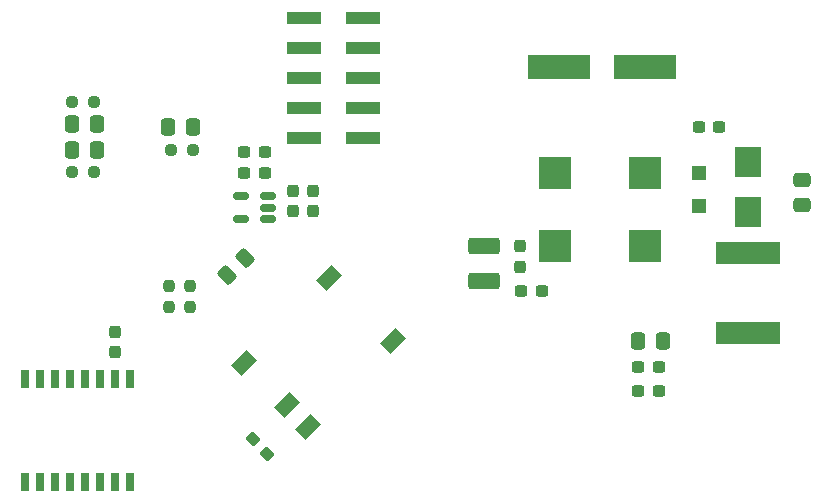
<source format=gbp>
%TF.GenerationSoftware,KiCad,Pcbnew,(6.0.11)*%
%TF.CreationDate,2023-06-26T18:15:52+10:00*%
%TF.ProjectId,LV_MASTER_A_SAMPLE,4c565f4d-4153-4544-9552-5f415f53414d,1*%
%TF.SameCoordinates,Original*%
%TF.FileFunction,Paste,Bot*%
%TF.FilePolarity,Positive*%
%FSLAX46Y46*%
G04 Gerber Fmt 4.6, Leading zero omitted, Abs format (unit mm)*
G04 Created by KiCad (PCBNEW (6.0.11)) date 2023-06-26 18:15:52*
%MOMM*%
%LPD*%
G01*
G04 APERTURE LIST*
G04 Aperture macros list*
%AMRoundRect*
0 Rectangle with rounded corners*
0 $1 Rounding radius*
0 $2 $3 $4 $5 $6 $7 $8 $9 X,Y pos of 4 corners*
0 Add a 4 corners polygon primitive as box body*
4,1,4,$2,$3,$4,$5,$6,$7,$8,$9,$2,$3,0*
0 Add four circle primitives for the rounded corners*
1,1,$1+$1,$2,$3*
1,1,$1+$1,$4,$5*
1,1,$1+$1,$6,$7*
1,1,$1+$1,$8,$9*
0 Add four rect primitives between the rounded corners*
20,1,$1+$1,$2,$3,$4,$5,0*
20,1,$1+$1,$4,$5,$6,$7,0*
20,1,$1+$1,$6,$7,$8,$9,0*
20,1,$1+$1,$8,$9,$2,$3,0*%
%AMRotRect*
0 Rectangle, with rotation*
0 The origin of the aperture is its center*
0 $1 length*
0 $2 width*
0 $3 Rotation angle, in degrees counterclockwise*
0 Add horizontal line*
21,1,$1,$2,0,0,$3*%
G04 Aperture macros list end*
%ADD10RoundRect,0.237500X-0.380070X0.044194X0.044194X-0.380070X0.380070X-0.044194X-0.044194X0.380070X0*%
%ADD11RoundRect,0.237500X-0.237500X0.300000X-0.237500X-0.300000X0.237500X-0.300000X0.237500X0.300000X0*%
%ADD12RoundRect,0.250000X-0.097227X0.574524X-0.574524X0.097227X0.097227X-0.574524X0.574524X-0.097227X0*%
%ADD13RoundRect,0.250000X0.337500X0.475000X-0.337500X0.475000X-0.337500X-0.475000X0.337500X-0.475000X0*%
%ADD14RoundRect,0.237500X-0.300000X-0.237500X0.300000X-0.237500X0.300000X0.237500X-0.300000X0.237500X0*%
%ADD15RoundRect,0.250000X-0.337500X-0.475000X0.337500X-0.475000X0.337500X0.475000X-0.337500X0.475000X0*%
%ADD16RoundRect,0.237500X0.250000X0.237500X-0.250000X0.237500X-0.250000X-0.237500X0.250000X-0.237500X0*%
%ADD17RoundRect,0.237500X-0.237500X0.250000X-0.237500X-0.250000X0.237500X-0.250000X0.237500X0.250000X0*%
%ADD18RoundRect,0.237500X-0.250000X-0.237500X0.250000X-0.237500X0.250000X0.237500X-0.250000X0.237500X0*%
%ADD19R,5.300000X2.150000*%
%ADD20R,5.450000X1.920000*%
%ADD21R,3.000000X1.000000*%
%ADD22R,2.300000X2.500000*%
%ADD23R,1.200000X1.200000*%
%ADD24R,2.700000X2.700000*%
%ADD25RoundRect,0.150000X0.512500X0.150000X-0.512500X0.150000X-0.512500X-0.150000X0.512500X-0.150000X0*%
%ADD26R,0.800000X1.595000*%
%ADD27RoundRect,0.250000X0.475000X-0.337500X0.475000X0.337500X-0.475000X0.337500X-0.475000X-0.337500X0*%
%ADD28RoundRect,0.237500X0.237500X-0.250000X0.237500X0.250000X-0.237500X0.250000X-0.237500X-0.250000X0*%
%ADD29RotRect,1.200000X1.800000X135.000000*%
%ADD30RoundRect,0.250001X-1.074999X0.462499X-1.074999X-0.462499X1.074999X-0.462499X1.074999X0.462499X0*%
G04 APERTURE END LIST*
D10*
%TO.C,C13*%
X135915120Y-110642120D03*
X137134880Y-111861880D03*
%TD*%
D11*
%TO.C,C14*%
X140970000Y-89561500D03*
X140970000Y-91286500D03*
%TD*%
D12*
%TO.C,C17*%
X135226623Y-95278377D03*
X133759377Y-96745623D03*
%TD*%
D13*
%TO.C,D1*%
X130831500Y-84201000D03*
X128756500Y-84201000D03*
%TD*%
D14*
%TO.C,C19*%
X135209000Y-88054000D03*
X136934000Y-88054000D03*
%TD*%
D15*
%TO.C,D2*%
X120628500Y-86106000D03*
X122703500Y-86106000D03*
%TD*%
D11*
%TO.C,C15*%
X139319000Y-89561500D03*
X139319000Y-91286500D03*
%TD*%
D14*
%TO.C,C50*%
X168555500Y-104521000D03*
X170280500Y-104521000D03*
%TD*%
D16*
%TO.C,R2*%
X122453500Y-88011000D03*
X120628500Y-88011000D03*
%TD*%
D14*
%TO.C,C23*%
X158649500Y-98044000D03*
X160374500Y-98044000D03*
%TD*%
D15*
%TO.C,C24*%
X168555500Y-102313500D03*
X170630500Y-102313500D03*
%TD*%
D17*
%TO.C,R10*%
X128778000Y-97639500D03*
X128778000Y-99464500D03*
%TD*%
D18*
%TO.C,R1*%
X129008500Y-86106000D03*
X130833500Y-86106000D03*
%TD*%
D14*
%TO.C,C49*%
X168555500Y-106553000D03*
X170280500Y-106553000D03*
%TD*%
%TO.C,C21*%
X173682000Y-84177000D03*
X175407000Y-84177000D03*
%TD*%
D11*
%TO.C,C38*%
X124206000Y-101499500D03*
X124206000Y-103224500D03*
%TD*%
D19*
%TO.C,C20*%
X161881000Y-79121000D03*
X169081000Y-79121000D03*
%TD*%
D20*
%TO.C,F1*%
X177873000Y-101659000D03*
X177873000Y-94889000D03*
%TD*%
D21*
%TO.C,J4*%
X140228000Y-74930000D03*
X145268000Y-74930000D03*
X140228000Y-77470000D03*
X145268000Y-77470000D03*
X140228000Y-80010000D03*
X145268000Y-80010000D03*
X140228000Y-82550000D03*
X145268000Y-82550000D03*
X140228000Y-85090000D03*
X145268000Y-85090000D03*
%TD*%
D14*
%TO.C,C18*%
X135209000Y-86294000D03*
X136934000Y-86294000D03*
%TD*%
D22*
%TO.C,D4*%
X177873000Y-91407000D03*
X177873000Y-87107000D03*
%TD*%
D15*
%TO.C,D3*%
X120628500Y-83947000D03*
X122703500Y-83947000D03*
%TD*%
D23*
%TO.C,D5*%
X173682000Y-88076000D03*
X173682000Y-90876000D03*
%TD*%
D16*
%TO.C,R3*%
X122451500Y-82042000D03*
X120626500Y-82042000D03*
%TD*%
D24*
%TO.C,L1*%
X169081000Y-88076000D03*
X161461000Y-88076000D03*
X161461000Y-94286000D03*
X169081000Y-94296000D03*
%TD*%
D25*
%TO.C,U2*%
X137187500Y-90069000D03*
X137187500Y-91019000D03*
X137187500Y-91969000D03*
X134912500Y-91969000D03*
X134912500Y-90069000D03*
%TD*%
D26*
%TO.C,T1*%
X125476000Y-114207000D03*
X124206000Y-114207000D03*
X122936000Y-114207000D03*
X121666000Y-114207000D03*
X120396000Y-114207000D03*
X119126000Y-114207000D03*
X117856000Y-114207000D03*
X116586000Y-114207000D03*
X116586000Y-105503000D03*
X117856000Y-105503000D03*
X119126000Y-105503000D03*
X120396000Y-105503000D03*
X121666000Y-105503000D03*
X122936000Y-105503000D03*
X124206000Y-105503000D03*
X125476000Y-105503000D03*
%TD*%
D27*
%TO.C,C16*%
X182445000Y-90781000D03*
X182445000Y-88706000D03*
%TD*%
D11*
%TO.C,C22*%
X158496000Y-94286000D03*
X158496000Y-96011000D03*
%TD*%
D28*
%TO.C,R11*%
X130556000Y-99464500D03*
X130556000Y-97639500D03*
%TD*%
D29*
%TO.C,PS1*%
X140565832Y-109551321D03*
X138769781Y-107755270D03*
X135177679Y-104163168D03*
X142390168Y-96950679D03*
X147778321Y-102338832D03*
%TD*%
D30*
%TO.C,L2*%
X155448000Y-94286000D03*
X155448000Y-97261000D03*
%TD*%
M02*

</source>
